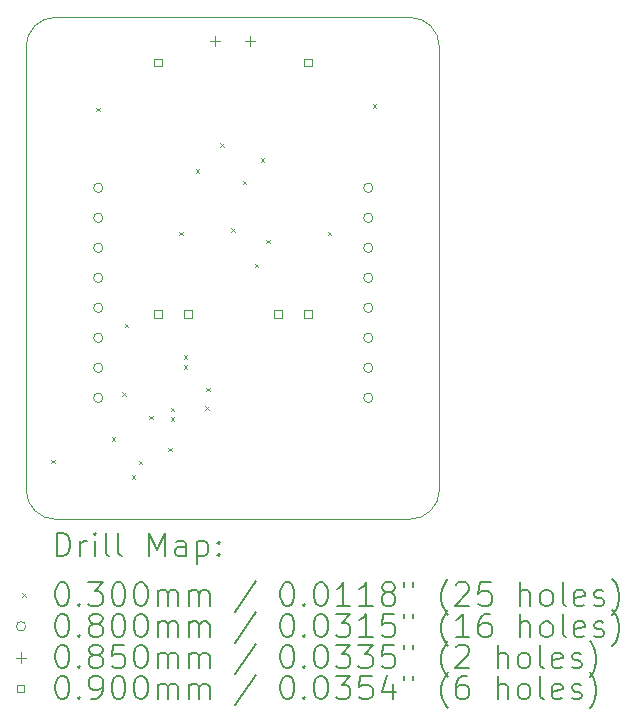
<source format=gbr>
%TF.GenerationSoftware,KiCad,Pcbnew,9.0.2*%
%TF.CreationDate,2025-06-27T14:18:36-07:00*%
%TF.ProjectId,slime_tracker,736c696d-655f-4747-9261-636b65722e6b,rev?*%
%TF.SameCoordinates,Original*%
%TF.FileFunction,Drillmap*%
%TF.FilePolarity,Positive*%
%FSLAX45Y45*%
G04 Gerber Fmt 4.5, Leading zero omitted, Abs format (unit mm)*
G04 Created by KiCad (PCBNEW 9.0.2) date 2025-06-27 14:18:36*
%MOMM*%
%LPD*%
G01*
G04 APERTURE LIST*
%ADD10C,0.050000*%
%ADD11C,0.200000*%
%ADD12C,0.100000*%
G04 APERTURE END LIST*
D10*
X12500000Y-11250000D02*
X15500000Y-11250000D01*
X15750000Y-11000000D02*
G75*
G02*
X15500000Y-11250000I-250000J0D01*
G01*
X12500000Y-11250000D02*
G75*
G02*
X12250000Y-11000000I0J250000D01*
G01*
X15750000Y-11000000D02*
X15750000Y-7250000D01*
X15500000Y-7000000D02*
G75*
G02*
X15750000Y-7250000I0J-250000D01*
G01*
X12250000Y-7250000D02*
G75*
G02*
X12500000Y-7000000I250000J0D01*
G01*
X12250000Y-7250000D02*
X12250000Y-11000000D01*
X15500000Y-7000000D02*
X12500000Y-7000000D01*
D11*
D12*
X12465000Y-10745000D02*
X12495000Y-10775000D01*
X12495000Y-10745000D02*
X12465000Y-10775000D01*
X12845000Y-7765000D02*
X12875000Y-7795000D01*
X12875000Y-7765000D02*
X12845000Y-7795000D01*
X12975000Y-10555000D02*
X13005000Y-10585000D01*
X13005000Y-10555000D02*
X12975000Y-10585000D01*
X13065000Y-10175000D02*
X13095000Y-10205000D01*
X13095000Y-10175000D02*
X13065000Y-10205000D01*
X13085000Y-9595000D02*
X13115000Y-9625000D01*
X13115000Y-9595000D02*
X13085000Y-9625000D01*
X13145000Y-10875000D02*
X13175000Y-10905000D01*
X13175000Y-10875000D02*
X13145000Y-10905000D01*
X13205000Y-10755000D02*
X13235000Y-10785000D01*
X13235000Y-10755000D02*
X13205000Y-10785000D01*
X13295000Y-10375000D02*
X13325000Y-10405000D01*
X13325000Y-10375000D02*
X13295000Y-10405000D01*
X13455000Y-10645000D02*
X13485000Y-10675000D01*
X13485000Y-10645000D02*
X13455000Y-10675000D01*
X13475000Y-10305000D02*
X13505000Y-10335000D01*
X13505000Y-10305000D02*
X13475000Y-10335000D01*
X13475000Y-10385000D02*
X13505000Y-10415000D01*
X13505000Y-10385000D02*
X13475000Y-10415000D01*
X13545000Y-8815000D02*
X13575000Y-8845000D01*
X13575000Y-8815000D02*
X13545000Y-8845000D01*
X13585000Y-9860000D02*
X13615000Y-9890000D01*
X13615000Y-9860000D02*
X13585000Y-9890000D01*
X13585000Y-9945000D02*
X13615000Y-9975000D01*
X13615000Y-9945000D02*
X13585000Y-9975000D01*
X13685000Y-8285000D02*
X13715000Y-8315000D01*
X13715000Y-8285000D02*
X13685000Y-8315000D01*
X13765000Y-10295000D02*
X13795000Y-10325000D01*
X13795000Y-10295000D02*
X13765000Y-10325000D01*
X13775000Y-10135000D02*
X13805000Y-10165000D01*
X13805000Y-10135000D02*
X13775000Y-10165000D01*
X13895000Y-8065000D02*
X13925000Y-8095000D01*
X13925000Y-8065000D02*
X13895000Y-8095000D01*
X13985000Y-8785000D02*
X14015000Y-8815000D01*
X14015000Y-8785000D02*
X13985000Y-8815000D01*
X14085000Y-8385000D02*
X14115000Y-8415000D01*
X14115000Y-8385000D02*
X14085000Y-8415000D01*
X14185000Y-9085000D02*
X14215000Y-9115000D01*
X14215000Y-9085000D02*
X14185000Y-9115000D01*
X14235000Y-8195000D02*
X14265000Y-8225000D01*
X14265000Y-8195000D02*
X14235000Y-8225000D01*
X14285000Y-8885000D02*
X14315000Y-8915000D01*
X14315000Y-8885000D02*
X14285000Y-8915000D01*
X14805000Y-8815000D02*
X14835000Y-8845000D01*
X14835000Y-8815000D02*
X14805000Y-8845000D01*
X15185000Y-7735000D02*
X15215000Y-7765000D01*
X15215000Y-7735000D02*
X15185000Y-7765000D01*
X12901000Y-8444000D02*
G75*
G02*
X12821000Y-8444000I-40000J0D01*
G01*
X12821000Y-8444000D02*
G75*
G02*
X12901000Y-8444000I40000J0D01*
G01*
X12901000Y-8698000D02*
G75*
G02*
X12821000Y-8698000I-40000J0D01*
G01*
X12821000Y-8698000D02*
G75*
G02*
X12901000Y-8698000I40000J0D01*
G01*
X12901000Y-8952000D02*
G75*
G02*
X12821000Y-8952000I-40000J0D01*
G01*
X12821000Y-8952000D02*
G75*
G02*
X12901000Y-8952000I40000J0D01*
G01*
X12901000Y-9206000D02*
G75*
G02*
X12821000Y-9206000I-40000J0D01*
G01*
X12821000Y-9206000D02*
G75*
G02*
X12901000Y-9206000I40000J0D01*
G01*
X12901000Y-9460000D02*
G75*
G02*
X12821000Y-9460000I-40000J0D01*
G01*
X12821000Y-9460000D02*
G75*
G02*
X12901000Y-9460000I40000J0D01*
G01*
X12901000Y-9714000D02*
G75*
G02*
X12821000Y-9714000I-40000J0D01*
G01*
X12821000Y-9714000D02*
G75*
G02*
X12901000Y-9714000I40000J0D01*
G01*
X12901000Y-9968000D02*
G75*
G02*
X12821000Y-9968000I-40000J0D01*
G01*
X12821000Y-9968000D02*
G75*
G02*
X12901000Y-9968000I40000J0D01*
G01*
X12901000Y-10222000D02*
G75*
G02*
X12821000Y-10222000I-40000J0D01*
G01*
X12821000Y-10222000D02*
G75*
G02*
X12901000Y-10222000I40000J0D01*
G01*
X15187000Y-8444000D02*
G75*
G02*
X15107000Y-8444000I-40000J0D01*
G01*
X15107000Y-8444000D02*
G75*
G02*
X15187000Y-8444000I40000J0D01*
G01*
X15187000Y-8698000D02*
G75*
G02*
X15107000Y-8698000I-40000J0D01*
G01*
X15107000Y-8698000D02*
G75*
G02*
X15187000Y-8698000I40000J0D01*
G01*
X15187000Y-8952000D02*
G75*
G02*
X15107000Y-8952000I-40000J0D01*
G01*
X15107000Y-8952000D02*
G75*
G02*
X15187000Y-8952000I40000J0D01*
G01*
X15187000Y-9206000D02*
G75*
G02*
X15107000Y-9206000I-40000J0D01*
G01*
X15107000Y-9206000D02*
G75*
G02*
X15187000Y-9206000I40000J0D01*
G01*
X15187000Y-9460000D02*
G75*
G02*
X15107000Y-9460000I-40000J0D01*
G01*
X15107000Y-9460000D02*
G75*
G02*
X15187000Y-9460000I40000J0D01*
G01*
X15187000Y-9714000D02*
G75*
G02*
X15107000Y-9714000I-40000J0D01*
G01*
X15107000Y-9714000D02*
G75*
G02*
X15187000Y-9714000I40000J0D01*
G01*
X15187000Y-9968000D02*
G75*
G02*
X15107000Y-9968000I-40000J0D01*
G01*
X15107000Y-9968000D02*
G75*
G02*
X15187000Y-9968000I40000J0D01*
G01*
X15187000Y-10222000D02*
G75*
G02*
X15107000Y-10222000I-40000J0D01*
G01*
X15107000Y-10222000D02*
G75*
G02*
X15187000Y-10222000I40000J0D01*
G01*
X13850000Y-7157500D02*
X13850000Y-7242500D01*
X13807500Y-7200000D02*
X13892500Y-7200000D01*
X14150000Y-7157500D02*
X14150000Y-7242500D01*
X14107500Y-7200000D02*
X14192500Y-7200000D01*
X13396820Y-7415820D02*
X13396820Y-7352180D01*
X13333180Y-7352180D01*
X13333180Y-7415820D01*
X13396820Y-7415820D01*
X13396820Y-9542820D02*
X13396820Y-9479180D01*
X13333180Y-9479180D01*
X13333180Y-9542820D01*
X13396820Y-9542820D01*
X13650820Y-9542820D02*
X13650820Y-9479180D01*
X13587180Y-9479180D01*
X13587180Y-9542820D01*
X13650820Y-9542820D01*
X14412820Y-9542820D02*
X14412820Y-9479180D01*
X14349180Y-9479180D01*
X14349180Y-9542820D01*
X14412820Y-9542820D01*
X14666820Y-7415820D02*
X14666820Y-7352180D01*
X14603180Y-7352180D01*
X14603180Y-7415820D01*
X14666820Y-7415820D01*
X14666820Y-9542820D02*
X14666820Y-9479180D01*
X14603180Y-9479180D01*
X14603180Y-9542820D01*
X14666820Y-9542820D01*
D11*
X12508277Y-11563984D02*
X12508277Y-11363984D01*
X12508277Y-11363984D02*
X12555896Y-11363984D01*
X12555896Y-11363984D02*
X12584467Y-11373508D01*
X12584467Y-11373508D02*
X12603515Y-11392555D01*
X12603515Y-11392555D02*
X12613039Y-11411603D01*
X12613039Y-11411603D02*
X12622562Y-11449698D01*
X12622562Y-11449698D02*
X12622562Y-11478269D01*
X12622562Y-11478269D02*
X12613039Y-11516365D01*
X12613039Y-11516365D02*
X12603515Y-11535412D01*
X12603515Y-11535412D02*
X12584467Y-11554460D01*
X12584467Y-11554460D02*
X12555896Y-11563984D01*
X12555896Y-11563984D02*
X12508277Y-11563984D01*
X12708277Y-11563984D02*
X12708277Y-11430650D01*
X12708277Y-11468746D02*
X12717801Y-11449698D01*
X12717801Y-11449698D02*
X12727324Y-11440174D01*
X12727324Y-11440174D02*
X12746372Y-11430650D01*
X12746372Y-11430650D02*
X12765420Y-11430650D01*
X12832086Y-11563984D02*
X12832086Y-11430650D01*
X12832086Y-11363984D02*
X12822562Y-11373508D01*
X12822562Y-11373508D02*
X12832086Y-11383031D01*
X12832086Y-11383031D02*
X12841610Y-11373508D01*
X12841610Y-11373508D02*
X12832086Y-11363984D01*
X12832086Y-11363984D02*
X12832086Y-11383031D01*
X12955896Y-11563984D02*
X12936848Y-11554460D01*
X12936848Y-11554460D02*
X12927324Y-11535412D01*
X12927324Y-11535412D02*
X12927324Y-11363984D01*
X13060658Y-11563984D02*
X13041610Y-11554460D01*
X13041610Y-11554460D02*
X13032086Y-11535412D01*
X13032086Y-11535412D02*
X13032086Y-11363984D01*
X13289229Y-11563984D02*
X13289229Y-11363984D01*
X13289229Y-11363984D02*
X13355896Y-11506841D01*
X13355896Y-11506841D02*
X13422562Y-11363984D01*
X13422562Y-11363984D02*
X13422562Y-11563984D01*
X13603515Y-11563984D02*
X13603515Y-11459222D01*
X13603515Y-11459222D02*
X13593991Y-11440174D01*
X13593991Y-11440174D02*
X13574943Y-11430650D01*
X13574943Y-11430650D02*
X13536848Y-11430650D01*
X13536848Y-11430650D02*
X13517801Y-11440174D01*
X13603515Y-11554460D02*
X13584467Y-11563984D01*
X13584467Y-11563984D02*
X13536848Y-11563984D01*
X13536848Y-11563984D02*
X13517801Y-11554460D01*
X13517801Y-11554460D02*
X13508277Y-11535412D01*
X13508277Y-11535412D02*
X13508277Y-11516365D01*
X13508277Y-11516365D02*
X13517801Y-11497317D01*
X13517801Y-11497317D02*
X13536848Y-11487793D01*
X13536848Y-11487793D02*
X13584467Y-11487793D01*
X13584467Y-11487793D02*
X13603515Y-11478269D01*
X13698753Y-11430650D02*
X13698753Y-11630650D01*
X13698753Y-11440174D02*
X13717801Y-11430650D01*
X13717801Y-11430650D02*
X13755896Y-11430650D01*
X13755896Y-11430650D02*
X13774943Y-11440174D01*
X13774943Y-11440174D02*
X13784467Y-11449698D01*
X13784467Y-11449698D02*
X13793991Y-11468746D01*
X13793991Y-11468746D02*
X13793991Y-11525888D01*
X13793991Y-11525888D02*
X13784467Y-11544936D01*
X13784467Y-11544936D02*
X13774943Y-11554460D01*
X13774943Y-11554460D02*
X13755896Y-11563984D01*
X13755896Y-11563984D02*
X13717801Y-11563984D01*
X13717801Y-11563984D02*
X13698753Y-11554460D01*
X13879705Y-11544936D02*
X13889229Y-11554460D01*
X13889229Y-11554460D02*
X13879705Y-11563984D01*
X13879705Y-11563984D02*
X13870182Y-11554460D01*
X13870182Y-11554460D02*
X13879705Y-11544936D01*
X13879705Y-11544936D02*
X13879705Y-11563984D01*
X13879705Y-11440174D02*
X13889229Y-11449698D01*
X13889229Y-11449698D02*
X13879705Y-11459222D01*
X13879705Y-11459222D02*
X13870182Y-11449698D01*
X13870182Y-11449698D02*
X13879705Y-11440174D01*
X13879705Y-11440174D02*
X13879705Y-11459222D01*
D12*
X12217500Y-11877500D02*
X12247500Y-11907500D01*
X12247500Y-11877500D02*
X12217500Y-11907500D01*
D11*
X12546372Y-11783984D02*
X12565420Y-11783984D01*
X12565420Y-11783984D02*
X12584467Y-11793508D01*
X12584467Y-11793508D02*
X12593991Y-11803031D01*
X12593991Y-11803031D02*
X12603515Y-11822079D01*
X12603515Y-11822079D02*
X12613039Y-11860174D01*
X12613039Y-11860174D02*
X12613039Y-11907793D01*
X12613039Y-11907793D02*
X12603515Y-11945888D01*
X12603515Y-11945888D02*
X12593991Y-11964936D01*
X12593991Y-11964936D02*
X12584467Y-11974460D01*
X12584467Y-11974460D02*
X12565420Y-11983984D01*
X12565420Y-11983984D02*
X12546372Y-11983984D01*
X12546372Y-11983984D02*
X12527324Y-11974460D01*
X12527324Y-11974460D02*
X12517801Y-11964936D01*
X12517801Y-11964936D02*
X12508277Y-11945888D01*
X12508277Y-11945888D02*
X12498753Y-11907793D01*
X12498753Y-11907793D02*
X12498753Y-11860174D01*
X12498753Y-11860174D02*
X12508277Y-11822079D01*
X12508277Y-11822079D02*
X12517801Y-11803031D01*
X12517801Y-11803031D02*
X12527324Y-11793508D01*
X12527324Y-11793508D02*
X12546372Y-11783984D01*
X12698753Y-11964936D02*
X12708277Y-11974460D01*
X12708277Y-11974460D02*
X12698753Y-11983984D01*
X12698753Y-11983984D02*
X12689229Y-11974460D01*
X12689229Y-11974460D02*
X12698753Y-11964936D01*
X12698753Y-11964936D02*
X12698753Y-11983984D01*
X12774943Y-11783984D02*
X12898753Y-11783984D01*
X12898753Y-11783984D02*
X12832086Y-11860174D01*
X12832086Y-11860174D02*
X12860658Y-11860174D01*
X12860658Y-11860174D02*
X12879705Y-11869698D01*
X12879705Y-11869698D02*
X12889229Y-11879222D01*
X12889229Y-11879222D02*
X12898753Y-11898269D01*
X12898753Y-11898269D02*
X12898753Y-11945888D01*
X12898753Y-11945888D02*
X12889229Y-11964936D01*
X12889229Y-11964936D02*
X12879705Y-11974460D01*
X12879705Y-11974460D02*
X12860658Y-11983984D01*
X12860658Y-11983984D02*
X12803515Y-11983984D01*
X12803515Y-11983984D02*
X12784467Y-11974460D01*
X12784467Y-11974460D02*
X12774943Y-11964936D01*
X13022562Y-11783984D02*
X13041610Y-11783984D01*
X13041610Y-11783984D02*
X13060658Y-11793508D01*
X13060658Y-11793508D02*
X13070182Y-11803031D01*
X13070182Y-11803031D02*
X13079705Y-11822079D01*
X13079705Y-11822079D02*
X13089229Y-11860174D01*
X13089229Y-11860174D02*
X13089229Y-11907793D01*
X13089229Y-11907793D02*
X13079705Y-11945888D01*
X13079705Y-11945888D02*
X13070182Y-11964936D01*
X13070182Y-11964936D02*
X13060658Y-11974460D01*
X13060658Y-11974460D02*
X13041610Y-11983984D01*
X13041610Y-11983984D02*
X13022562Y-11983984D01*
X13022562Y-11983984D02*
X13003515Y-11974460D01*
X13003515Y-11974460D02*
X12993991Y-11964936D01*
X12993991Y-11964936D02*
X12984467Y-11945888D01*
X12984467Y-11945888D02*
X12974943Y-11907793D01*
X12974943Y-11907793D02*
X12974943Y-11860174D01*
X12974943Y-11860174D02*
X12984467Y-11822079D01*
X12984467Y-11822079D02*
X12993991Y-11803031D01*
X12993991Y-11803031D02*
X13003515Y-11793508D01*
X13003515Y-11793508D02*
X13022562Y-11783984D01*
X13213039Y-11783984D02*
X13232086Y-11783984D01*
X13232086Y-11783984D02*
X13251134Y-11793508D01*
X13251134Y-11793508D02*
X13260658Y-11803031D01*
X13260658Y-11803031D02*
X13270182Y-11822079D01*
X13270182Y-11822079D02*
X13279705Y-11860174D01*
X13279705Y-11860174D02*
X13279705Y-11907793D01*
X13279705Y-11907793D02*
X13270182Y-11945888D01*
X13270182Y-11945888D02*
X13260658Y-11964936D01*
X13260658Y-11964936D02*
X13251134Y-11974460D01*
X13251134Y-11974460D02*
X13232086Y-11983984D01*
X13232086Y-11983984D02*
X13213039Y-11983984D01*
X13213039Y-11983984D02*
X13193991Y-11974460D01*
X13193991Y-11974460D02*
X13184467Y-11964936D01*
X13184467Y-11964936D02*
X13174943Y-11945888D01*
X13174943Y-11945888D02*
X13165420Y-11907793D01*
X13165420Y-11907793D02*
X13165420Y-11860174D01*
X13165420Y-11860174D02*
X13174943Y-11822079D01*
X13174943Y-11822079D02*
X13184467Y-11803031D01*
X13184467Y-11803031D02*
X13193991Y-11793508D01*
X13193991Y-11793508D02*
X13213039Y-11783984D01*
X13365420Y-11983984D02*
X13365420Y-11850650D01*
X13365420Y-11869698D02*
X13374943Y-11860174D01*
X13374943Y-11860174D02*
X13393991Y-11850650D01*
X13393991Y-11850650D02*
X13422563Y-11850650D01*
X13422563Y-11850650D02*
X13441610Y-11860174D01*
X13441610Y-11860174D02*
X13451134Y-11879222D01*
X13451134Y-11879222D02*
X13451134Y-11983984D01*
X13451134Y-11879222D02*
X13460658Y-11860174D01*
X13460658Y-11860174D02*
X13479705Y-11850650D01*
X13479705Y-11850650D02*
X13508277Y-11850650D01*
X13508277Y-11850650D02*
X13527324Y-11860174D01*
X13527324Y-11860174D02*
X13536848Y-11879222D01*
X13536848Y-11879222D02*
X13536848Y-11983984D01*
X13632086Y-11983984D02*
X13632086Y-11850650D01*
X13632086Y-11869698D02*
X13641610Y-11860174D01*
X13641610Y-11860174D02*
X13660658Y-11850650D01*
X13660658Y-11850650D02*
X13689229Y-11850650D01*
X13689229Y-11850650D02*
X13708277Y-11860174D01*
X13708277Y-11860174D02*
X13717801Y-11879222D01*
X13717801Y-11879222D02*
X13717801Y-11983984D01*
X13717801Y-11879222D02*
X13727324Y-11860174D01*
X13727324Y-11860174D02*
X13746372Y-11850650D01*
X13746372Y-11850650D02*
X13774943Y-11850650D01*
X13774943Y-11850650D02*
X13793991Y-11860174D01*
X13793991Y-11860174D02*
X13803515Y-11879222D01*
X13803515Y-11879222D02*
X13803515Y-11983984D01*
X14193991Y-11774460D02*
X14022563Y-12031603D01*
X14451134Y-11783984D02*
X14470182Y-11783984D01*
X14470182Y-11783984D02*
X14489229Y-11793508D01*
X14489229Y-11793508D02*
X14498753Y-11803031D01*
X14498753Y-11803031D02*
X14508277Y-11822079D01*
X14508277Y-11822079D02*
X14517801Y-11860174D01*
X14517801Y-11860174D02*
X14517801Y-11907793D01*
X14517801Y-11907793D02*
X14508277Y-11945888D01*
X14508277Y-11945888D02*
X14498753Y-11964936D01*
X14498753Y-11964936D02*
X14489229Y-11974460D01*
X14489229Y-11974460D02*
X14470182Y-11983984D01*
X14470182Y-11983984D02*
X14451134Y-11983984D01*
X14451134Y-11983984D02*
X14432086Y-11974460D01*
X14432086Y-11974460D02*
X14422563Y-11964936D01*
X14422563Y-11964936D02*
X14413039Y-11945888D01*
X14413039Y-11945888D02*
X14403515Y-11907793D01*
X14403515Y-11907793D02*
X14403515Y-11860174D01*
X14403515Y-11860174D02*
X14413039Y-11822079D01*
X14413039Y-11822079D02*
X14422563Y-11803031D01*
X14422563Y-11803031D02*
X14432086Y-11793508D01*
X14432086Y-11793508D02*
X14451134Y-11783984D01*
X14603515Y-11964936D02*
X14613039Y-11974460D01*
X14613039Y-11974460D02*
X14603515Y-11983984D01*
X14603515Y-11983984D02*
X14593991Y-11974460D01*
X14593991Y-11974460D02*
X14603515Y-11964936D01*
X14603515Y-11964936D02*
X14603515Y-11983984D01*
X14736848Y-11783984D02*
X14755896Y-11783984D01*
X14755896Y-11783984D02*
X14774944Y-11793508D01*
X14774944Y-11793508D02*
X14784467Y-11803031D01*
X14784467Y-11803031D02*
X14793991Y-11822079D01*
X14793991Y-11822079D02*
X14803515Y-11860174D01*
X14803515Y-11860174D02*
X14803515Y-11907793D01*
X14803515Y-11907793D02*
X14793991Y-11945888D01*
X14793991Y-11945888D02*
X14784467Y-11964936D01*
X14784467Y-11964936D02*
X14774944Y-11974460D01*
X14774944Y-11974460D02*
X14755896Y-11983984D01*
X14755896Y-11983984D02*
X14736848Y-11983984D01*
X14736848Y-11983984D02*
X14717801Y-11974460D01*
X14717801Y-11974460D02*
X14708277Y-11964936D01*
X14708277Y-11964936D02*
X14698753Y-11945888D01*
X14698753Y-11945888D02*
X14689229Y-11907793D01*
X14689229Y-11907793D02*
X14689229Y-11860174D01*
X14689229Y-11860174D02*
X14698753Y-11822079D01*
X14698753Y-11822079D02*
X14708277Y-11803031D01*
X14708277Y-11803031D02*
X14717801Y-11793508D01*
X14717801Y-11793508D02*
X14736848Y-11783984D01*
X14993991Y-11983984D02*
X14879706Y-11983984D01*
X14936848Y-11983984D02*
X14936848Y-11783984D01*
X14936848Y-11783984D02*
X14917801Y-11812555D01*
X14917801Y-11812555D02*
X14898753Y-11831603D01*
X14898753Y-11831603D02*
X14879706Y-11841127D01*
X15184467Y-11983984D02*
X15070182Y-11983984D01*
X15127325Y-11983984D02*
X15127325Y-11783984D01*
X15127325Y-11783984D02*
X15108277Y-11812555D01*
X15108277Y-11812555D02*
X15089229Y-11831603D01*
X15089229Y-11831603D02*
X15070182Y-11841127D01*
X15298753Y-11869698D02*
X15279706Y-11860174D01*
X15279706Y-11860174D02*
X15270182Y-11850650D01*
X15270182Y-11850650D02*
X15260658Y-11831603D01*
X15260658Y-11831603D02*
X15260658Y-11822079D01*
X15260658Y-11822079D02*
X15270182Y-11803031D01*
X15270182Y-11803031D02*
X15279706Y-11793508D01*
X15279706Y-11793508D02*
X15298753Y-11783984D01*
X15298753Y-11783984D02*
X15336848Y-11783984D01*
X15336848Y-11783984D02*
X15355896Y-11793508D01*
X15355896Y-11793508D02*
X15365420Y-11803031D01*
X15365420Y-11803031D02*
X15374944Y-11822079D01*
X15374944Y-11822079D02*
X15374944Y-11831603D01*
X15374944Y-11831603D02*
X15365420Y-11850650D01*
X15365420Y-11850650D02*
X15355896Y-11860174D01*
X15355896Y-11860174D02*
X15336848Y-11869698D01*
X15336848Y-11869698D02*
X15298753Y-11869698D01*
X15298753Y-11869698D02*
X15279706Y-11879222D01*
X15279706Y-11879222D02*
X15270182Y-11888746D01*
X15270182Y-11888746D02*
X15260658Y-11907793D01*
X15260658Y-11907793D02*
X15260658Y-11945888D01*
X15260658Y-11945888D02*
X15270182Y-11964936D01*
X15270182Y-11964936D02*
X15279706Y-11974460D01*
X15279706Y-11974460D02*
X15298753Y-11983984D01*
X15298753Y-11983984D02*
X15336848Y-11983984D01*
X15336848Y-11983984D02*
X15355896Y-11974460D01*
X15355896Y-11974460D02*
X15365420Y-11964936D01*
X15365420Y-11964936D02*
X15374944Y-11945888D01*
X15374944Y-11945888D02*
X15374944Y-11907793D01*
X15374944Y-11907793D02*
X15365420Y-11888746D01*
X15365420Y-11888746D02*
X15355896Y-11879222D01*
X15355896Y-11879222D02*
X15336848Y-11869698D01*
X15451134Y-11783984D02*
X15451134Y-11822079D01*
X15527325Y-11783984D02*
X15527325Y-11822079D01*
X15822563Y-12060174D02*
X15813039Y-12050650D01*
X15813039Y-12050650D02*
X15793991Y-12022079D01*
X15793991Y-12022079D02*
X15784468Y-12003031D01*
X15784468Y-12003031D02*
X15774944Y-11974460D01*
X15774944Y-11974460D02*
X15765420Y-11926841D01*
X15765420Y-11926841D02*
X15765420Y-11888746D01*
X15765420Y-11888746D02*
X15774944Y-11841127D01*
X15774944Y-11841127D02*
X15784468Y-11812555D01*
X15784468Y-11812555D02*
X15793991Y-11793508D01*
X15793991Y-11793508D02*
X15813039Y-11764936D01*
X15813039Y-11764936D02*
X15822563Y-11755412D01*
X15889229Y-11803031D02*
X15898753Y-11793508D01*
X15898753Y-11793508D02*
X15917801Y-11783984D01*
X15917801Y-11783984D02*
X15965420Y-11783984D01*
X15965420Y-11783984D02*
X15984468Y-11793508D01*
X15984468Y-11793508D02*
X15993991Y-11803031D01*
X15993991Y-11803031D02*
X16003515Y-11822079D01*
X16003515Y-11822079D02*
X16003515Y-11841127D01*
X16003515Y-11841127D02*
X15993991Y-11869698D01*
X15993991Y-11869698D02*
X15879706Y-11983984D01*
X15879706Y-11983984D02*
X16003515Y-11983984D01*
X16184468Y-11783984D02*
X16089229Y-11783984D01*
X16089229Y-11783984D02*
X16079706Y-11879222D01*
X16079706Y-11879222D02*
X16089229Y-11869698D01*
X16089229Y-11869698D02*
X16108277Y-11860174D01*
X16108277Y-11860174D02*
X16155896Y-11860174D01*
X16155896Y-11860174D02*
X16174944Y-11869698D01*
X16174944Y-11869698D02*
X16184468Y-11879222D01*
X16184468Y-11879222D02*
X16193991Y-11898269D01*
X16193991Y-11898269D02*
X16193991Y-11945888D01*
X16193991Y-11945888D02*
X16184468Y-11964936D01*
X16184468Y-11964936D02*
X16174944Y-11974460D01*
X16174944Y-11974460D02*
X16155896Y-11983984D01*
X16155896Y-11983984D02*
X16108277Y-11983984D01*
X16108277Y-11983984D02*
X16089229Y-11974460D01*
X16089229Y-11974460D02*
X16079706Y-11964936D01*
X16432087Y-11983984D02*
X16432087Y-11783984D01*
X16517801Y-11983984D02*
X16517801Y-11879222D01*
X16517801Y-11879222D02*
X16508277Y-11860174D01*
X16508277Y-11860174D02*
X16489230Y-11850650D01*
X16489230Y-11850650D02*
X16460658Y-11850650D01*
X16460658Y-11850650D02*
X16441610Y-11860174D01*
X16441610Y-11860174D02*
X16432087Y-11869698D01*
X16641610Y-11983984D02*
X16622563Y-11974460D01*
X16622563Y-11974460D02*
X16613039Y-11964936D01*
X16613039Y-11964936D02*
X16603515Y-11945888D01*
X16603515Y-11945888D02*
X16603515Y-11888746D01*
X16603515Y-11888746D02*
X16613039Y-11869698D01*
X16613039Y-11869698D02*
X16622563Y-11860174D01*
X16622563Y-11860174D02*
X16641610Y-11850650D01*
X16641610Y-11850650D02*
X16670182Y-11850650D01*
X16670182Y-11850650D02*
X16689230Y-11860174D01*
X16689230Y-11860174D02*
X16698753Y-11869698D01*
X16698753Y-11869698D02*
X16708277Y-11888746D01*
X16708277Y-11888746D02*
X16708277Y-11945888D01*
X16708277Y-11945888D02*
X16698753Y-11964936D01*
X16698753Y-11964936D02*
X16689230Y-11974460D01*
X16689230Y-11974460D02*
X16670182Y-11983984D01*
X16670182Y-11983984D02*
X16641610Y-11983984D01*
X16822563Y-11983984D02*
X16803515Y-11974460D01*
X16803515Y-11974460D02*
X16793992Y-11955412D01*
X16793992Y-11955412D02*
X16793992Y-11783984D01*
X16974944Y-11974460D02*
X16955896Y-11983984D01*
X16955896Y-11983984D02*
X16917801Y-11983984D01*
X16917801Y-11983984D02*
X16898753Y-11974460D01*
X16898753Y-11974460D02*
X16889230Y-11955412D01*
X16889230Y-11955412D02*
X16889230Y-11879222D01*
X16889230Y-11879222D02*
X16898753Y-11860174D01*
X16898753Y-11860174D02*
X16917801Y-11850650D01*
X16917801Y-11850650D02*
X16955896Y-11850650D01*
X16955896Y-11850650D02*
X16974944Y-11860174D01*
X16974944Y-11860174D02*
X16984468Y-11879222D01*
X16984468Y-11879222D02*
X16984468Y-11898269D01*
X16984468Y-11898269D02*
X16889230Y-11917317D01*
X17060658Y-11974460D02*
X17079706Y-11983984D01*
X17079706Y-11983984D02*
X17117801Y-11983984D01*
X17117801Y-11983984D02*
X17136849Y-11974460D01*
X17136849Y-11974460D02*
X17146373Y-11955412D01*
X17146373Y-11955412D02*
X17146373Y-11945888D01*
X17146373Y-11945888D02*
X17136849Y-11926841D01*
X17136849Y-11926841D02*
X17117801Y-11917317D01*
X17117801Y-11917317D02*
X17089230Y-11917317D01*
X17089230Y-11917317D02*
X17070182Y-11907793D01*
X17070182Y-11907793D02*
X17060658Y-11888746D01*
X17060658Y-11888746D02*
X17060658Y-11879222D01*
X17060658Y-11879222D02*
X17070182Y-11860174D01*
X17070182Y-11860174D02*
X17089230Y-11850650D01*
X17089230Y-11850650D02*
X17117801Y-11850650D01*
X17117801Y-11850650D02*
X17136849Y-11860174D01*
X17213039Y-12060174D02*
X17222563Y-12050650D01*
X17222563Y-12050650D02*
X17241611Y-12022079D01*
X17241611Y-12022079D02*
X17251134Y-12003031D01*
X17251134Y-12003031D02*
X17260658Y-11974460D01*
X17260658Y-11974460D02*
X17270182Y-11926841D01*
X17270182Y-11926841D02*
X17270182Y-11888746D01*
X17270182Y-11888746D02*
X17260658Y-11841127D01*
X17260658Y-11841127D02*
X17251134Y-11812555D01*
X17251134Y-11812555D02*
X17241611Y-11793508D01*
X17241611Y-11793508D02*
X17222563Y-11764936D01*
X17222563Y-11764936D02*
X17213039Y-11755412D01*
D12*
X12247500Y-12156500D02*
G75*
G02*
X12167500Y-12156500I-40000J0D01*
G01*
X12167500Y-12156500D02*
G75*
G02*
X12247500Y-12156500I40000J0D01*
G01*
D11*
X12546372Y-12047984D02*
X12565420Y-12047984D01*
X12565420Y-12047984D02*
X12584467Y-12057508D01*
X12584467Y-12057508D02*
X12593991Y-12067031D01*
X12593991Y-12067031D02*
X12603515Y-12086079D01*
X12603515Y-12086079D02*
X12613039Y-12124174D01*
X12613039Y-12124174D02*
X12613039Y-12171793D01*
X12613039Y-12171793D02*
X12603515Y-12209888D01*
X12603515Y-12209888D02*
X12593991Y-12228936D01*
X12593991Y-12228936D02*
X12584467Y-12238460D01*
X12584467Y-12238460D02*
X12565420Y-12247984D01*
X12565420Y-12247984D02*
X12546372Y-12247984D01*
X12546372Y-12247984D02*
X12527324Y-12238460D01*
X12527324Y-12238460D02*
X12517801Y-12228936D01*
X12517801Y-12228936D02*
X12508277Y-12209888D01*
X12508277Y-12209888D02*
X12498753Y-12171793D01*
X12498753Y-12171793D02*
X12498753Y-12124174D01*
X12498753Y-12124174D02*
X12508277Y-12086079D01*
X12508277Y-12086079D02*
X12517801Y-12067031D01*
X12517801Y-12067031D02*
X12527324Y-12057508D01*
X12527324Y-12057508D02*
X12546372Y-12047984D01*
X12698753Y-12228936D02*
X12708277Y-12238460D01*
X12708277Y-12238460D02*
X12698753Y-12247984D01*
X12698753Y-12247984D02*
X12689229Y-12238460D01*
X12689229Y-12238460D02*
X12698753Y-12228936D01*
X12698753Y-12228936D02*
X12698753Y-12247984D01*
X12822562Y-12133698D02*
X12803515Y-12124174D01*
X12803515Y-12124174D02*
X12793991Y-12114650D01*
X12793991Y-12114650D02*
X12784467Y-12095603D01*
X12784467Y-12095603D02*
X12784467Y-12086079D01*
X12784467Y-12086079D02*
X12793991Y-12067031D01*
X12793991Y-12067031D02*
X12803515Y-12057508D01*
X12803515Y-12057508D02*
X12822562Y-12047984D01*
X12822562Y-12047984D02*
X12860658Y-12047984D01*
X12860658Y-12047984D02*
X12879705Y-12057508D01*
X12879705Y-12057508D02*
X12889229Y-12067031D01*
X12889229Y-12067031D02*
X12898753Y-12086079D01*
X12898753Y-12086079D02*
X12898753Y-12095603D01*
X12898753Y-12095603D02*
X12889229Y-12114650D01*
X12889229Y-12114650D02*
X12879705Y-12124174D01*
X12879705Y-12124174D02*
X12860658Y-12133698D01*
X12860658Y-12133698D02*
X12822562Y-12133698D01*
X12822562Y-12133698D02*
X12803515Y-12143222D01*
X12803515Y-12143222D02*
X12793991Y-12152746D01*
X12793991Y-12152746D02*
X12784467Y-12171793D01*
X12784467Y-12171793D02*
X12784467Y-12209888D01*
X12784467Y-12209888D02*
X12793991Y-12228936D01*
X12793991Y-12228936D02*
X12803515Y-12238460D01*
X12803515Y-12238460D02*
X12822562Y-12247984D01*
X12822562Y-12247984D02*
X12860658Y-12247984D01*
X12860658Y-12247984D02*
X12879705Y-12238460D01*
X12879705Y-12238460D02*
X12889229Y-12228936D01*
X12889229Y-12228936D02*
X12898753Y-12209888D01*
X12898753Y-12209888D02*
X12898753Y-12171793D01*
X12898753Y-12171793D02*
X12889229Y-12152746D01*
X12889229Y-12152746D02*
X12879705Y-12143222D01*
X12879705Y-12143222D02*
X12860658Y-12133698D01*
X13022562Y-12047984D02*
X13041610Y-12047984D01*
X13041610Y-12047984D02*
X13060658Y-12057508D01*
X13060658Y-12057508D02*
X13070182Y-12067031D01*
X13070182Y-12067031D02*
X13079705Y-12086079D01*
X13079705Y-12086079D02*
X13089229Y-12124174D01*
X13089229Y-12124174D02*
X13089229Y-12171793D01*
X13089229Y-12171793D02*
X13079705Y-12209888D01*
X13079705Y-12209888D02*
X13070182Y-12228936D01*
X13070182Y-12228936D02*
X13060658Y-12238460D01*
X13060658Y-12238460D02*
X13041610Y-12247984D01*
X13041610Y-12247984D02*
X13022562Y-12247984D01*
X13022562Y-12247984D02*
X13003515Y-12238460D01*
X13003515Y-12238460D02*
X12993991Y-12228936D01*
X12993991Y-12228936D02*
X12984467Y-12209888D01*
X12984467Y-12209888D02*
X12974943Y-12171793D01*
X12974943Y-12171793D02*
X12974943Y-12124174D01*
X12974943Y-12124174D02*
X12984467Y-12086079D01*
X12984467Y-12086079D02*
X12993991Y-12067031D01*
X12993991Y-12067031D02*
X13003515Y-12057508D01*
X13003515Y-12057508D02*
X13022562Y-12047984D01*
X13213039Y-12047984D02*
X13232086Y-12047984D01*
X13232086Y-12047984D02*
X13251134Y-12057508D01*
X13251134Y-12057508D02*
X13260658Y-12067031D01*
X13260658Y-12067031D02*
X13270182Y-12086079D01*
X13270182Y-12086079D02*
X13279705Y-12124174D01*
X13279705Y-12124174D02*
X13279705Y-12171793D01*
X13279705Y-12171793D02*
X13270182Y-12209888D01*
X13270182Y-12209888D02*
X13260658Y-12228936D01*
X13260658Y-12228936D02*
X13251134Y-12238460D01*
X13251134Y-12238460D02*
X13232086Y-12247984D01*
X13232086Y-12247984D02*
X13213039Y-12247984D01*
X13213039Y-12247984D02*
X13193991Y-12238460D01*
X13193991Y-12238460D02*
X13184467Y-12228936D01*
X13184467Y-12228936D02*
X13174943Y-12209888D01*
X13174943Y-12209888D02*
X13165420Y-12171793D01*
X13165420Y-12171793D02*
X13165420Y-12124174D01*
X13165420Y-12124174D02*
X13174943Y-12086079D01*
X13174943Y-12086079D02*
X13184467Y-12067031D01*
X13184467Y-12067031D02*
X13193991Y-12057508D01*
X13193991Y-12057508D02*
X13213039Y-12047984D01*
X13365420Y-12247984D02*
X13365420Y-12114650D01*
X13365420Y-12133698D02*
X13374943Y-12124174D01*
X13374943Y-12124174D02*
X13393991Y-12114650D01*
X13393991Y-12114650D02*
X13422563Y-12114650D01*
X13422563Y-12114650D02*
X13441610Y-12124174D01*
X13441610Y-12124174D02*
X13451134Y-12143222D01*
X13451134Y-12143222D02*
X13451134Y-12247984D01*
X13451134Y-12143222D02*
X13460658Y-12124174D01*
X13460658Y-12124174D02*
X13479705Y-12114650D01*
X13479705Y-12114650D02*
X13508277Y-12114650D01*
X13508277Y-12114650D02*
X13527324Y-12124174D01*
X13527324Y-12124174D02*
X13536848Y-12143222D01*
X13536848Y-12143222D02*
X13536848Y-12247984D01*
X13632086Y-12247984D02*
X13632086Y-12114650D01*
X13632086Y-12133698D02*
X13641610Y-12124174D01*
X13641610Y-12124174D02*
X13660658Y-12114650D01*
X13660658Y-12114650D02*
X13689229Y-12114650D01*
X13689229Y-12114650D02*
X13708277Y-12124174D01*
X13708277Y-12124174D02*
X13717801Y-12143222D01*
X13717801Y-12143222D02*
X13717801Y-12247984D01*
X13717801Y-12143222D02*
X13727324Y-12124174D01*
X13727324Y-12124174D02*
X13746372Y-12114650D01*
X13746372Y-12114650D02*
X13774943Y-12114650D01*
X13774943Y-12114650D02*
X13793991Y-12124174D01*
X13793991Y-12124174D02*
X13803515Y-12143222D01*
X13803515Y-12143222D02*
X13803515Y-12247984D01*
X14193991Y-12038460D02*
X14022563Y-12295603D01*
X14451134Y-12047984D02*
X14470182Y-12047984D01*
X14470182Y-12047984D02*
X14489229Y-12057508D01*
X14489229Y-12057508D02*
X14498753Y-12067031D01*
X14498753Y-12067031D02*
X14508277Y-12086079D01*
X14508277Y-12086079D02*
X14517801Y-12124174D01*
X14517801Y-12124174D02*
X14517801Y-12171793D01*
X14517801Y-12171793D02*
X14508277Y-12209888D01*
X14508277Y-12209888D02*
X14498753Y-12228936D01*
X14498753Y-12228936D02*
X14489229Y-12238460D01*
X14489229Y-12238460D02*
X14470182Y-12247984D01*
X14470182Y-12247984D02*
X14451134Y-12247984D01*
X14451134Y-12247984D02*
X14432086Y-12238460D01*
X14432086Y-12238460D02*
X14422563Y-12228936D01*
X14422563Y-12228936D02*
X14413039Y-12209888D01*
X14413039Y-12209888D02*
X14403515Y-12171793D01*
X14403515Y-12171793D02*
X14403515Y-12124174D01*
X14403515Y-12124174D02*
X14413039Y-12086079D01*
X14413039Y-12086079D02*
X14422563Y-12067031D01*
X14422563Y-12067031D02*
X14432086Y-12057508D01*
X14432086Y-12057508D02*
X14451134Y-12047984D01*
X14603515Y-12228936D02*
X14613039Y-12238460D01*
X14613039Y-12238460D02*
X14603515Y-12247984D01*
X14603515Y-12247984D02*
X14593991Y-12238460D01*
X14593991Y-12238460D02*
X14603515Y-12228936D01*
X14603515Y-12228936D02*
X14603515Y-12247984D01*
X14736848Y-12047984D02*
X14755896Y-12047984D01*
X14755896Y-12047984D02*
X14774944Y-12057508D01*
X14774944Y-12057508D02*
X14784467Y-12067031D01*
X14784467Y-12067031D02*
X14793991Y-12086079D01*
X14793991Y-12086079D02*
X14803515Y-12124174D01*
X14803515Y-12124174D02*
X14803515Y-12171793D01*
X14803515Y-12171793D02*
X14793991Y-12209888D01*
X14793991Y-12209888D02*
X14784467Y-12228936D01*
X14784467Y-12228936D02*
X14774944Y-12238460D01*
X14774944Y-12238460D02*
X14755896Y-12247984D01*
X14755896Y-12247984D02*
X14736848Y-12247984D01*
X14736848Y-12247984D02*
X14717801Y-12238460D01*
X14717801Y-12238460D02*
X14708277Y-12228936D01*
X14708277Y-12228936D02*
X14698753Y-12209888D01*
X14698753Y-12209888D02*
X14689229Y-12171793D01*
X14689229Y-12171793D02*
X14689229Y-12124174D01*
X14689229Y-12124174D02*
X14698753Y-12086079D01*
X14698753Y-12086079D02*
X14708277Y-12067031D01*
X14708277Y-12067031D02*
X14717801Y-12057508D01*
X14717801Y-12057508D02*
X14736848Y-12047984D01*
X14870182Y-12047984D02*
X14993991Y-12047984D01*
X14993991Y-12047984D02*
X14927325Y-12124174D01*
X14927325Y-12124174D02*
X14955896Y-12124174D01*
X14955896Y-12124174D02*
X14974944Y-12133698D01*
X14974944Y-12133698D02*
X14984467Y-12143222D01*
X14984467Y-12143222D02*
X14993991Y-12162269D01*
X14993991Y-12162269D02*
X14993991Y-12209888D01*
X14993991Y-12209888D02*
X14984467Y-12228936D01*
X14984467Y-12228936D02*
X14974944Y-12238460D01*
X14974944Y-12238460D02*
X14955896Y-12247984D01*
X14955896Y-12247984D02*
X14898753Y-12247984D01*
X14898753Y-12247984D02*
X14879706Y-12238460D01*
X14879706Y-12238460D02*
X14870182Y-12228936D01*
X15184467Y-12247984D02*
X15070182Y-12247984D01*
X15127325Y-12247984D02*
X15127325Y-12047984D01*
X15127325Y-12047984D02*
X15108277Y-12076555D01*
X15108277Y-12076555D02*
X15089229Y-12095603D01*
X15089229Y-12095603D02*
X15070182Y-12105127D01*
X15365420Y-12047984D02*
X15270182Y-12047984D01*
X15270182Y-12047984D02*
X15260658Y-12143222D01*
X15260658Y-12143222D02*
X15270182Y-12133698D01*
X15270182Y-12133698D02*
X15289229Y-12124174D01*
X15289229Y-12124174D02*
X15336848Y-12124174D01*
X15336848Y-12124174D02*
X15355896Y-12133698D01*
X15355896Y-12133698D02*
X15365420Y-12143222D01*
X15365420Y-12143222D02*
X15374944Y-12162269D01*
X15374944Y-12162269D02*
X15374944Y-12209888D01*
X15374944Y-12209888D02*
X15365420Y-12228936D01*
X15365420Y-12228936D02*
X15355896Y-12238460D01*
X15355896Y-12238460D02*
X15336848Y-12247984D01*
X15336848Y-12247984D02*
X15289229Y-12247984D01*
X15289229Y-12247984D02*
X15270182Y-12238460D01*
X15270182Y-12238460D02*
X15260658Y-12228936D01*
X15451134Y-12047984D02*
X15451134Y-12086079D01*
X15527325Y-12047984D02*
X15527325Y-12086079D01*
X15822563Y-12324174D02*
X15813039Y-12314650D01*
X15813039Y-12314650D02*
X15793991Y-12286079D01*
X15793991Y-12286079D02*
X15784468Y-12267031D01*
X15784468Y-12267031D02*
X15774944Y-12238460D01*
X15774944Y-12238460D02*
X15765420Y-12190841D01*
X15765420Y-12190841D02*
X15765420Y-12152746D01*
X15765420Y-12152746D02*
X15774944Y-12105127D01*
X15774944Y-12105127D02*
X15784468Y-12076555D01*
X15784468Y-12076555D02*
X15793991Y-12057508D01*
X15793991Y-12057508D02*
X15813039Y-12028936D01*
X15813039Y-12028936D02*
X15822563Y-12019412D01*
X16003515Y-12247984D02*
X15889229Y-12247984D01*
X15946372Y-12247984D02*
X15946372Y-12047984D01*
X15946372Y-12047984D02*
X15927325Y-12076555D01*
X15927325Y-12076555D02*
X15908277Y-12095603D01*
X15908277Y-12095603D02*
X15889229Y-12105127D01*
X16174944Y-12047984D02*
X16136848Y-12047984D01*
X16136848Y-12047984D02*
X16117801Y-12057508D01*
X16117801Y-12057508D02*
X16108277Y-12067031D01*
X16108277Y-12067031D02*
X16089229Y-12095603D01*
X16089229Y-12095603D02*
X16079706Y-12133698D01*
X16079706Y-12133698D02*
X16079706Y-12209888D01*
X16079706Y-12209888D02*
X16089229Y-12228936D01*
X16089229Y-12228936D02*
X16098753Y-12238460D01*
X16098753Y-12238460D02*
X16117801Y-12247984D01*
X16117801Y-12247984D02*
X16155896Y-12247984D01*
X16155896Y-12247984D02*
X16174944Y-12238460D01*
X16174944Y-12238460D02*
X16184468Y-12228936D01*
X16184468Y-12228936D02*
X16193991Y-12209888D01*
X16193991Y-12209888D02*
X16193991Y-12162269D01*
X16193991Y-12162269D02*
X16184468Y-12143222D01*
X16184468Y-12143222D02*
X16174944Y-12133698D01*
X16174944Y-12133698D02*
X16155896Y-12124174D01*
X16155896Y-12124174D02*
X16117801Y-12124174D01*
X16117801Y-12124174D02*
X16098753Y-12133698D01*
X16098753Y-12133698D02*
X16089229Y-12143222D01*
X16089229Y-12143222D02*
X16079706Y-12162269D01*
X16432087Y-12247984D02*
X16432087Y-12047984D01*
X16517801Y-12247984D02*
X16517801Y-12143222D01*
X16517801Y-12143222D02*
X16508277Y-12124174D01*
X16508277Y-12124174D02*
X16489230Y-12114650D01*
X16489230Y-12114650D02*
X16460658Y-12114650D01*
X16460658Y-12114650D02*
X16441610Y-12124174D01*
X16441610Y-12124174D02*
X16432087Y-12133698D01*
X16641610Y-12247984D02*
X16622563Y-12238460D01*
X16622563Y-12238460D02*
X16613039Y-12228936D01*
X16613039Y-12228936D02*
X16603515Y-12209888D01*
X16603515Y-12209888D02*
X16603515Y-12152746D01*
X16603515Y-12152746D02*
X16613039Y-12133698D01*
X16613039Y-12133698D02*
X16622563Y-12124174D01*
X16622563Y-12124174D02*
X16641610Y-12114650D01*
X16641610Y-12114650D02*
X16670182Y-12114650D01*
X16670182Y-12114650D02*
X16689230Y-12124174D01*
X16689230Y-12124174D02*
X16698753Y-12133698D01*
X16698753Y-12133698D02*
X16708277Y-12152746D01*
X16708277Y-12152746D02*
X16708277Y-12209888D01*
X16708277Y-12209888D02*
X16698753Y-12228936D01*
X16698753Y-12228936D02*
X16689230Y-12238460D01*
X16689230Y-12238460D02*
X16670182Y-12247984D01*
X16670182Y-12247984D02*
X16641610Y-12247984D01*
X16822563Y-12247984D02*
X16803515Y-12238460D01*
X16803515Y-12238460D02*
X16793992Y-12219412D01*
X16793992Y-12219412D02*
X16793992Y-12047984D01*
X16974944Y-12238460D02*
X16955896Y-12247984D01*
X16955896Y-12247984D02*
X16917801Y-12247984D01*
X16917801Y-12247984D02*
X16898753Y-12238460D01*
X16898753Y-12238460D02*
X16889230Y-12219412D01*
X16889230Y-12219412D02*
X16889230Y-12143222D01*
X16889230Y-12143222D02*
X16898753Y-12124174D01*
X16898753Y-12124174D02*
X16917801Y-12114650D01*
X16917801Y-12114650D02*
X16955896Y-12114650D01*
X16955896Y-12114650D02*
X16974944Y-12124174D01*
X16974944Y-12124174D02*
X16984468Y-12143222D01*
X16984468Y-12143222D02*
X16984468Y-12162269D01*
X16984468Y-12162269D02*
X16889230Y-12181317D01*
X17060658Y-12238460D02*
X17079706Y-12247984D01*
X17079706Y-12247984D02*
X17117801Y-12247984D01*
X17117801Y-12247984D02*
X17136849Y-12238460D01*
X17136849Y-12238460D02*
X17146373Y-12219412D01*
X17146373Y-12219412D02*
X17146373Y-12209888D01*
X17146373Y-12209888D02*
X17136849Y-12190841D01*
X17136849Y-12190841D02*
X17117801Y-12181317D01*
X17117801Y-12181317D02*
X17089230Y-12181317D01*
X17089230Y-12181317D02*
X17070182Y-12171793D01*
X17070182Y-12171793D02*
X17060658Y-12152746D01*
X17060658Y-12152746D02*
X17060658Y-12143222D01*
X17060658Y-12143222D02*
X17070182Y-12124174D01*
X17070182Y-12124174D02*
X17089230Y-12114650D01*
X17089230Y-12114650D02*
X17117801Y-12114650D01*
X17117801Y-12114650D02*
X17136849Y-12124174D01*
X17213039Y-12324174D02*
X17222563Y-12314650D01*
X17222563Y-12314650D02*
X17241611Y-12286079D01*
X17241611Y-12286079D02*
X17251134Y-12267031D01*
X17251134Y-12267031D02*
X17260658Y-12238460D01*
X17260658Y-12238460D02*
X17270182Y-12190841D01*
X17270182Y-12190841D02*
X17270182Y-12152746D01*
X17270182Y-12152746D02*
X17260658Y-12105127D01*
X17260658Y-12105127D02*
X17251134Y-12076555D01*
X17251134Y-12076555D02*
X17241611Y-12057508D01*
X17241611Y-12057508D02*
X17222563Y-12028936D01*
X17222563Y-12028936D02*
X17213039Y-12019412D01*
D12*
X12205000Y-12378000D02*
X12205000Y-12463000D01*
X12162500Y-12420500D02*
X12247500Y-12420500D01*
D11*
X12546372Y-12311984D02*
X12565420Y-12311984D01*
X12565420Y-12311984D02*
X12584467Y-12321508D01*
X12584467Y-12321508D02*
X12593991Y-12331031D01*
X12593991Y-12331031D02*
X12603515Y-12350079D01*
X12603515Y-12350079D02*
X12613039Y-12388174D01*
X12613039Y-12388174D02*
X12613039Y-12435793D01*
X12613039Y-12435793D02*
X12603515Y-12473888D01*
X12603515Y-12473888D02*
X12593991Y-12492936D01*
X12593991Y-12492936D02*
X12584467Y-12502460D01*
X12584467Y-12502460D02*
X12565420Y-12511984D01*
X12565420Y-12511984D02*
X12546372Y-12511984D01*
X12546372Y-12511984D02*
X12527324Y-12502460D01*
X12527324Y-12502460D02*
X12517801Y-12492936D01*
X12517801Y-12492936D02*
X12508277Y-12473888D01*
X12508277Y-12473888D02*
X12498753Y-12435793D01*
X12498753Y-12435793D02*
X12498753Y-12388174D01*
X12498753Y-12388174D02*
X12508277Y-12350079D01*
X12508277Y-12350079D02*
X12517801Y-12331031D01*
X12517801Y-12331031D02*
X12527324Y-12321508D01*
X12527324Y-12321508D02*
X12546372Y-12311984D01*
X12698753Y-12492936D02*
X12708277Y-12502460D01*
X12708277Y-12502460D02*
X12698753Y-12511984D01*
X12698753Y-12511984D02*
X12689229Y-12502460D01*
X12689229Y-12502460D02*
X12698753Y-12492936D01*
X12698753Y-12492936D02*
X12698753Y-12511984D01*
X12822562Y-12397698D02*
X12803515Y-12388174D01*
X12803515Y-12388174D02*
X12793991Y-12378650D01*
X12793991Y-12378650D02*
X12784467Y-12359603D01*
X12784467Y-12359603D02*
X12784467Y-12350079D01*
X12784467Y-12350079D02*
X12793991Y-12331031D01*
X12793991Y-12331031D02*
X12803515Y-12321508D01*
X12803515Y-12321508D02*
X12822562Y-12311984D01*
X12822562Y-12311984D02*
X12860658Y-12311984D01*
X12860658Y-12311984D02*
X12879705Y-12321508D01*
X12879705Y-12321508D02*
X12889229Y-12331031D01*
X12889229Y-12331031D02*
X12898753Y-12350079D01*
X12898753Y-12350079D02*
X12898753Y-12359603D01*
X12898753Y-12359603D02*
X12889229Y-12378650D01*
X12889229Y-12378650D02*
X12879705Y-12388174D01*
X12879705Y-12388174D02*
X12860658Y-12397698D01*
X12860658Y-12397698D02*
X12822562Y-12397698D01*
X12822562Y-12397698D02*
X12803515Y-12407222D01*
X12803515Y-12407222D02*
X12793991Y-12416746D01*
X12793991Y-12416746D02*
X12784467Y-12435793D01*
X12784467Y-12435793D02*
X12784467Y-12473888D01*
X12784467Y-12473888D02*
X12793991Y-12492936D01*
X12793991Y-12492936D02*
X12803515Y-12502460D01*
X12803515Y-12502460D02*
X12822562Y-12511984D01*
X12822562Y-12511984D02*
X12860658Y-12511984D01*
X12860658Y-12511984D02*
X12879705Y-12502460D01*
X12879705Y-12502460D02*
X12889229Y-12492936D01*
X12889229Y-12492936D02*
X12898753Y-12473888D01*
X12898753Y-12473888D02*
X12898753Y-12435793D01*
X12898753Y-12435793D02*
X12889229Y-12416746D01*
X12889229Y-12416746D02*
X12879705Y-12407222D01*
X12879705Y-12407222D02*
X12860658Y-12397698D01*
X13079705Y-12311984D02*
X12984467Y-12311984D01*
X12984467Y-12311984D02*
X12974943Y-12407222D01*
X12974943Y-12407222D02*
X12984467Y-12397698D01*
X12984467Y-12397698D02*
X13003515Y-12388174D01*
X13003515Y-12388174D02*
X13051134Y-12388174D01*
X13051134Y-12388174D02*
X13070182Y-12397698D01*
X13070182Y-12397698D02*
X13079705Y-12407222D01*
X13079705Y-12407222D02*
X13089229Y-12426269D01*
X13089229Y-12426269D02*
X13089229Y-12473888D01*
X13089229Y-12473888D02*
X13079705Y-12492936D01*
X13079705Y-12492936D02*
X13070182Y-12502460D01*
X13070182Y-12502460D02*
X13051134Y-12511984D01*
X13051134Y-12511984D02*
X13003515Y-12511984D01*
X13003515Y-12511984D02*
X12984467Y-12502460D01*
X12984467Y-12502460D02*
X12974943Y-12492936D01*
X13213039Y-12311984D02*
X13232086Y-12311984D01*
X13232086Y-12311984D02*
X13251134Y-12321508D01*
X13251134Y-12321508D02*
X13260658Y-12331031D01*
X13260658Y-12331031D02*
X13270182Y-12350079D01*
X13270182Y-12350079D02*
X13279705Y-12388174D01*
X13279705Y-12388174D02*
X13279705Y-12435793D01*
X13279705Y-12435793D02*
X13270182Y-12473888D01*
X13270182Y-12473888D02*
X13260658Y-12492936D01*
X13260658Y-12492936D02*
X13251134Y-12502460D01*
X13251134Y-12502460D02*
X13232086Y-12511984D01*
X13232086Y-12511984D02*
X13213039Y-12511984D01*
X13213039Y-12511984D02*
X13193991Y-12502460D01*
X13193991Y-12502460D02*
X13184467Y-12492936D01*
X13184467Y-12492936D02*
X13174943Y-12473888D01*
X13174943Y-12473888D02*
X13165420Y-12435793D01*
X13165420Y-12435793D02*
X13165420Y-12388174D01*
X13165420Y-12388174D02*
X13174943Y-12350079D01*
X13174943Y-12350079D02*
X13184467Y-12331031D01*
X13184467Y-12331031D02*
X13193991Y-12321508D01*
X13193991Y-12321508D02*
X13213039Y-12311984D01*
X13365420Y-12511984D02*
X13365420Y-12378650D01*
X13365420Y-12397698D02*
X13374943Y-12388174D01*
X13374943Y-12388174D02*
X13393991Y-12378650D01*
X13393991Y-12378650D02*
X13422563Y-12378650D01*
X13422563Y-12378650D02*
X13441610Y-12388174D01*
X13441610Y-12388174D02*
X13451134Y-12407222D01*
X13451134Y-12407222D02*
X13451134Y-12511984D01*
X13451134Y-12407222D02*
X13460658Y-12388174D01*
X13460658Y-12388174D02*
X13479705Y-12378650D01*
X13479705Y-12378650D02*
X13508277Y-12378650D01*
X13508277Y-12378650D02*
X13527324Y-12388174D01*
X13527324Y-12388174D02*
X13536848Y-12407222D01*
X13536848Y-12407222D02*
X13536848Y-12511984D01*
X13632086Y-12511984D02*
X13632086Y-12378650D01*
X13632086Y-12397698D02*
X13641610Y-12388174D01*
X13641610Y-12388174D02*
X13660658Y-12378650D01*
X13660658Y-12378650D02*
X13689229Y-12378650D01*
X13689229Y-12378650D02*
X13708277Y-12388174D01*
X13708277Y-12388174D02*
X13717801Y-12407222D01*
X13717801Y-12407222D02*
X13717801Y-12511984D01*
X13717801Y-12407222D02*
X13727324Y-12388174D01*
X13727324Y-12388174D02*
X13746372Y-12378650D01*
X13746372Y-12378650D02*
X13774943Y-12378650D01*
X13774943Y-12378650D02*
X13793991Y-12388174D01*
X13793991Y-12388174D02*
X13803515Y-12407222D01*
X13803515Y-12407222D02*
X13803515Y-12511984D01*
X14193991Y-12302460D02*
X14022563Y-12559603D01*
X14451134Y-12311984D02*
X14470182Y-12311984D01*
X14470182Y-12311984D02*
X14489229Y-12321508D01*
X14489229Y-12321508D02*
X14498753Y-12331031D01*
X14498753Y-12331031D02*
X14508277Y-12350079D01*
X14508277Y-12350079D02*
X14517801Y-12388174D01*
X14517801Y-12388174D02*
X14517801Y-12435793D01*
X14517801Y-12435793D02*
X14508277Y-12473888D01*
X14508277Y-12473888D02*
X14498753Y-12492936D01*
X14498753Y-12492936D02*
X14489229Y-12502460D01*
X14489229Y-12502460D02*
X14470182Y-12511984D01*
X14470182Y-12511984D02*
X14451134Y-12511984D01*
X14451134Y-12511984D02*
X14432086Y-12502460D01*
X14432086Y-12502460D02*
X14422563Y-12492936D01*
X14422563Y-12492936D02*
X14413039Y-12473888D01*
X14413039Y-12473888D02*
X14403515Y-12435793D01*
X14403515Y-12435793D02*
X14403515Y-12388174D01*
X14403515Y-12388174D02*
X14413039Y-12350079D01*
X14413039Y-12350079D02*
X14422563Y-12331031D01*
X14422563Y-12331031D02*
X14432086Y-12321508D01*
X14432086Y-12321508D02*
X14451134Y-12311984D01*
X14603515Y-12492936D02*
X14613039Y-12502460D01*
X14613039Y-12502460D02*
X14603515Y-12511984D01*
X14603515Y-12511984D02*
X14593991Y-12502460D01*
X14593991Y-12502460D02*
X14603515Y-12492936D01*
X14603515Y-12492936D02*
X14603515Y-12511984D01*
X14736848Y-12311984D02*
X14755896Y-12311984D01*
X14755896Y-12311984D02*
X14774944Y-12321508D01*
X14774944Y-12321508D02*
X14784467Y-12331031D01*
X14784467Y-12331031D02*
X14793991Y-12350079D01*
X14793991Y-12350079D02*
X14803515Y-12388174D01*
X14803515Y-12388174D02*
X14803515Y-12435793D01*
X14803515Y-12435793D02*
X14793991Y-12473888D01*
X14793991Y-12473888D02*
X14784467Y-12492936D01*
X14784467Y-12492936D02*
X14774944Y-12502460D01*
X14774944Y-12502460D02*
X14755896Y-12511984D01*
X14755896Y-12511984D02*
X14736848Y-12511984D01*
X14736848Y-12511984D02*
X14717801Y-12502460D01*
X14717801Y-12502460D02*
X14708277Y-12492936D01*
X14708277Y-12492936D02*
X14698753Y-12473888D01*
X14698753Y-12473888D02*
X14689229Y-12435793D01*
X14689229Y-12435793D02*
X14689229Y-12388174D01*
X14689229Y-12388174D02*
X14698753Y-12350079D01*
X14698753Y-12350079D02*
X14708277Y-12331031D01*
X14708277Y-12331031D02*
X14717801Y-12321508D01*
X14717801Y-12321508D02*
X14736848Y-12311984D01*
X14870182Y-12311984D02*
X14993991Y-12311984D01*
X14993991Y-12311984D02*
X14927325Y-12388174D01*
X14927325Y-12388174D02*
X14955896Y-12388174D01*
X14955896Y-12388174D02*
X14974944Y-12397698D01*
X14974944Y-12397698D02*
X14984467Y-12407222D01*
X14984467Y-12407222D02*
X14993991Y-12426269D01*
X14993991Y-12426269D02*
X14993991Y-12473888D01*
X14993991Y-12473888D02*
X14984467Y-12492936D01*
X14984467Y-12492936D02*
X14974944Y-12502460D01*
X14974944Y-12502460D02*
X14955896Y-12511984D01*
X14955896Y-12511984D02*
X14898753Y-12511984D01*
X14898753Y-12511984D02*
X14879706Y-12502460D01*
X14879706Y-12502460D02*
X14870182Y-12492936D01*
X15060658Y-12311984D02*
X15184467Y-12311984D01*
X15184467Y-12311984D02*
X15117801Y-12388174D01*
X15117801Y-12388174D02*
X15146372Y-12388174D01*
X15146372Y-12388174D02*
X15165420Y-12397698D01*
X15165420Y-12397698D02*
X15174944Y-12407222D01*
X15174944Y-12407222D02*
X15184467Y-12426269D01*
X15184467Y-12426269D02*
X15184467Y-12473888D01*
X15184467Y-12473888D02*
X15174944Y-12492936D01*
X15174944Y-12492936D02*
X15165420Y-12502460D01*
X15165420Y-12502460D02*
X15146372Y-12511984D01*
X15146372Y-12511984D02*
X15089229Y-12511984D01*
X15089229Y-12511984D02*
X15070182Y-12502460D01*
X15070182Y-12502460D02*
X15060658Y-12492936D01*
X15365420Y-12311984D02*
X15270182Y-12311984D01*
X15270182Y-12311984D02*
X15260658Y-12407222D01*
X15260658Y-12407222D02*
X15270182Y-12397698D01*
X15270182Y-12397698D02*
X15289229Y-12388174D01*
X15289229Y-12388174D02*
X15336848Y-12388174D01*
X15336848Y-12388174D02*
X15355896Y-12397698D01*
X15355896Y-12397698D02*
X15365420Y-12407222D01*
X15365420Y-12407222D02*
X15374944Y-12426269D01*
X15374944Y-12426269D02*
X15374944Y-12473888D01*
X15374944Y-12473888D02*
X15365420Y-12492936D01*
X15365420Y-12492936D02*
X15355896Y-12502460D01*
X15355896Y-12502460D02*
X15336848Y-12511984D01*
X15336848Y-12511984D02*
X15289229Y-12511984D01*
X15289229Y-12511984D02*
X15270182Y-12502460D01*
X15270182Y-12502460D02*
X15260658Y-12492936D01*
X15451134Y-12311984D02*
X15451134Y-12350079D01*
X15527325Y-12311984D02*
X15527325Y-12350079D01*
X15822563Y-12588174D02*
X15813039Y-12578650D01*
X15813039Y-12578650D02*
X15793991Y-12550079D01*
X15793991Y-12550079D02*
X15784468Y-12531031D01*
X15784468Y-12531031D02*
X15774944Y-12502460D01*
X15774944Y-12502460D02*
X15765420Y-12454841D01*
X15765420Y-12454841D02*
X15765420Y-12416746D01*
X15765420Y-12416746D02*
X15774944Y-12369127D01*
X15774944Y-12369127D02*
X15784468Y-12340555D01*
X15784468Y-12340555D02*
X15793991Y-12321508D01*
X15793991Y-12321508D02*
X15813039Y-12292936D01*
X15813039Y-12292936D02*
X15822563Y-12283412D01*
X15889229Y-12331031D02*
X15898753Y-12321508D01*
X15898753Y-12321508D02*
X15917801Y-12311984D01*
X15917801Y-12311984D02*
X15965420Y-12311984D01*
X15965420Y-12311984D02*
X15984468Y-12321508D01*
X15984468Y-12321508D02*
X15993991Y-12331031D01*
X15993991Y-12331031D02*
X16003515Y-12350079D01*
X16003515Y-12350079D02*
X16003515Y-12369127D01*
X16003515Y-12369127D02*
X15993991Y-12397698D01*
X15993991Y-12397698D02*
X15879706Y-12511984D01*
X15879706Y-12511984D02*
X16003515Y-12511984D01*
X16241610Y-12511984D02*
X16241610Y-12311984D01*
X16327325Y-12511984D02*
X16327325Y-12407222D01*
X16327325Y-12407222D02*
X16317801Y-12388174D01*
X16317801Y-12388174D02*
X16298753Y-12378650D01*
X16298753Y-12378650D02*
X16270182Y-12378650D01*
X16270182Y-12378650D02*
X16251134Y-12388174D01*
X16251134Y-12388174D02*
X16241610Y-12397698D01*
X16451134Y-12511984D02*
X16432087Y-12502460D01*
X16432087Y-12502460D02*
X16422563Y-12492936D01*
X16422563Y-12492936D02*
X16413039Y-12473888D01*
X16413039Y-12473888D02*
X16413039Y-12416746D01*
X16413039Y-12416746D02*
X16422563Y-12397698D01*
X16422563Y-12397698D02*
X16432087Y-12388174D01*
X16432087Y-12388174D02*
X16451134Y-12378650D01*
X16451134Y-12378650D02*
X16479706Y-12378650D01*
X16479706Y-12378650D02*
X16498753Y-12388174D01*
X16498753Y-12388174D02*
X16508277Y-12397698D01*
X16508277Y-12397698D02*
X16517801Y-12416746D01*
X16517801Y-12416746D02*
X16517801Y-12473888D01*
X16517801Y-12473888D02*
X16508277Y-12492936D01*
X16508277Y-12492936D02*
X16498753Y-12502460D01*
X16498753Y-12502460D02*
X16479706Y-12511984D01*
X16479706Y-12511984D02*
X16451134Y-12511984D01*
X16632087Y-12511984D02*
X16613039Y-12502460D01*
X16613039Y-12502460D02*
X16603515Y-12483412D01*
X16603515Y-12483412D02*
X16603515Y-12311984D01*
X16784468Y-12502460D02*
X16765420Y-12511984D01*
X16765420Y-12511984D02*
X16727325Y-12511984D01*
X16727325Y-12511984D02*
X16708277Y-12502460D01*
X16708277Y-12502460D02*
X16698753Y-12483412D01*
X16698753Y-12483412D02*
X16698753Y-12407222D01*
X16698753Y-12407222D02*
X16708277Y-12388174D01*
X16708277Y-12388174D02*
X16727325Y-12378650D01*
X16727325Y-12378650D02*
X16765420Y-12378650D01*
X16765420Y-12378650D02*
X16784468Y-12388174D01*
X16784468Y-12388174D02*
X16793992Y-12407222D01*
X16793992Y-12407222D02*
X16793992Y-12426269D01*
X16793992Y-12426269D02*
X16698753Y-12445317D01*
X16870182Y-12502460D02*
X16889230Y-12511984D01*
X16889230Y-12511984D02*
X16927325Y-12511984D01*
X16927325Y-12511984D02*
X16946373Y-12502460D01*
X16946373Y-12502460D02*
X16955896Y-12483412D01*
X16955896Y-12483412D02*
X16955896Y-12473888D01*
X16955896Y-12473888D02*
X16946373Y-12454841D01*
X16946373Y-12454841D02*
X16927325Y-12445317D01*
X16927325Y-12445317D02*
X16898753Y-12445317D01*
X16898753Y-12445317D02*
X16879706Y-12435793D01*
X16879706Y-12435793D02*
X16870182Y-12416746D01*
X16870182Y-12416746D02*
X16870182Y-12407222D01*
X16870182Y-12407222D02*
X16879706Y-12388174D01*
X16879706Y-12388174D02*
X16898753Y-12378650D01*
X16898753Y-12378650D02*
X16927325Y-12378650D01*
X16927325Y-12378650D02*
X16946373Y-12388174D01*
X17022563Y-12588174D02*
X17032087Y-12578650D01*
X17032087Y-12578650D02*
X17051134Y-12550079D01*
X17051134Y-12550079D02*
X17060658Y-12531031D01*
X17060658Y-12531031D02*
X17070182Y-12502460D01*
X17070182Y-12502460D02*
X17079706Y-12454841D01*
X17079706Y-12454841D02*
X17079706Y-12416746D01*
X17079706Y-12416746D02*
X17070182Y-12369127D01*
X17070182Y-12369127D02*
X17060658Y-12340555D01*
X17060658Y-12340555D02*
X17051134Y-12321508D01*
X17051134Y-12321508D02*
X17032087Y-12292936D01*
X17032087Y-12292936D02*
X17022563Y-12283412D01*
D12*
X12234320Y-12716320D02*
X12234320Y-12652680D01*
X12170680Y-12652680D01*
X12170680Y-12716320D01*
X12234320Y-12716320D01*
D11*
X12546372Y-12575984D02*
X12565420Y-12575984D01*
X12565420Y-12575984D02*
X12584467Y-12585508D01*
X12584467Y-12585508D02*
X12593991Y-12595031D01*
X12593991Y-12595031D02*
X12603515Y-12614079D01*
X12603515Y-12614079D02*
X12613039Y-12652174D01*
X12613039Y-12652174D02*
X12613039Y-12699793D01*
X12613039Y-12699793D02*
X12603515Y-12737888D01*
X12603515Y-12737888D02*
X12593991Y-12756936D01*
X12593991Y-12756936D02*
X12584467Y-12766460D01*
X12584467Y-12766460D02*
X12565420Y-12775984D01*
X12565420Y-12775984D02*
X12546372Y-12775984D01*
X12546372Y-12775984D02*
X12527324Y-12766460D01*
X12527324Y-12766460D02*
X12517801Y-12756936D01*
X12517801Y-12756936D02*
X12508277Y-12737888D01*
X12508277Y-12737888D02*
X12498753Y-12699793D01*
X12498753Y-12699793D02*
X12498753Y-12652174D01*
X12498753Y-12652174D02*
X12508277Y-12614079D01*
X12508277Y-12614079D02*
X12517801Y-12595031D01*
X12517801Y-12595031D02*
X12527324Y-12585508D01*
X12527324Y-12585508D02*
X12546372Y-12575984D01*
X12698753Y-12756936D02*
X12708277Y-12766460D01*
X12708277Y-12766460D02*
X12698753Y-12775984D01*
X12698753Y-12775984D02*
X12689229Y-12766460D01*
X12689229Y-12766460D02*
X12698753Y-12756936D01*
X12698753Y-12756936D02*
X12698753Y-12775984D01*
X12803515Y-12775984D02*
X12841610Y-12775984D01*
X12841610Y-12775984D02*
X12860658Y-12766460D01*
X12860658Y-12766460D02*
X12870182Y-12756936D01*
X12870182Y-12756936D02*
X12889229Y-12728365D01*
X12889229Y-12728365D02*
X12898753Y-12690269D01*
X12898753Y-12690269D02*
X12898753Y-12614079D01*
X12898753Y-12614079D02*
X12889229Y-12595031D01*
X12889229Y-12595031D02*
X12879705Y-12585508D01*
X12879705Y-12585508D02*
X12860658Y-12575984D01*
X12860658Y-12575984D02*
X12822562Y-12575984D01*
X12822562Y-12575984D02*
X12803515Y-12585508D01*
X12803515Y-12585508D02*
X12793991Y-12595031D01*
X12793991Y-12595031D02*
X12784467Y-12614079D01*
X12784467Y-12614079D02*
X12784467Y-12661698D01*
X12784467Y-12661698D02*
X12793991Y-12680746D01*
X12793991Y-12680746D02*
X12803515Y-12690269D01*
X12803515Y-12690269D02*
X12822562Y-12699793D01*
X12822562Y-12699793D02*
X12860658Y-12699793D01*
X12860658Y-12699793D02*
X12879705Y-12690269D01*
X12879705Y-12690269D02*
X12889229Y-12680746D01*
X12889229Y-12680746D02*
X12898753Y-12661698D01*
X13022562Y-12575984D02*
X13041610Y-12575984D01*
X13041610Y-12575984D02*
X13060658Y-12585508D01*
X13060658Y-12585508D02*
X13070182Y-12595031D01*
X13070182Y-12595031D02*
X13079705Y-12614079D01*
X13079705Y-12614079D02*
X13089229Y-12652174D01*
X13089229Y-12652174D02*
X13089229Y-12699793D01*
X13089229Y-12699793D02*
X13079705Y-12737888D01*
X13079705Y-12737888D02*
X13070182Y-12756936D01*
X13070182Y-12756936D02*
X13060658Y-12766460D01*
X13060658Y-12766460D02*
X13041610Y-12775984D01*
X13041610Y-12775984D02*
X13022562Y-12775984D01*
X13022562Y-12775984D02*
X13003515Y-12766460D01*
X13003515Y-12766460D02*
X12993991Y-12756936D01*
X12993991Y-12756936D02*
X12984467Y-12737888D01*
X12984467Y-12737888D02*
X12974943Y-12699793D01*
X12974943Y-12699793D02*
X12974943Y-12652174D01*
X12974943Y-12652174D02*
X12984467Y-12614079D01*
X12984467Y-12614079D02*
X12993991Y-12595031D01*
X12993991Y-12595031D02*
X13003515Y-12585508D01*
X13003515Y-12585508D02*
X13022562Y-12575984D01*
X13213039Y-12575984D02*
X13232086Y-12575984D01*
X13232086Y-12575984D02*
X13251134Y-12585508D01*
X13251134Y-12585508D02*
X13260658Y-12595031D01*
X13260658Y-12595031D02*
X13270182Y-12614079D01*
X13270182Y-12614079D02*
X13279705Y-12652174D01*
X13279705Y-12652174D02*
X13279705Y-12699793D01*
X13279705Y-12699793D02*
X13270182Y-12737888D01*
X13270182Y-12737888D02*
X13260658Y-12756936D01*
X13260658Y-12756936D02*
X13251134Y-12766460D01*
X13251134Y-12766460D02*
X13232086Y-12775984D01*
X13232086Y-12775984D02*
X13213039Y-12775984D01*
X13213039Y-12775984D02*
X13193991Y-12766460D01*
X13193991Y-12766460D02*
X13184467Y-12756936D01*
X13184467Y-12756936D02*
X13174943Y-12737888D01*
X13174943Y-12737888D02*
X13165420Y-12699793D01*
X13165420Y-12699793D02*
X13165420Y-12652174D01*
X13165420Y-12652174D02*
X13174943Y-12614079D01*
X13174943Y-12614079D02*
X13184467Y-12595031D01*
X13184467Y-12595031D02*
X13193991Y-12585508D01*
X13193991Y-12585508D02*
X13213039Y-12575984D01*
X13365420Y-12775984D02*
X13365420Y-12642650D01*
X13365420Y-12661698D02*
X13374943Y-12652174D01*
X13374943Y-12652174D02*
X13393991Y-12642650D01*
X13393991Y-12642650D02*
X13422563Y-12642650D01*
X13422563Y-12642650D02*
X13441610Y-12652174D01*
X13441610Y-12652174D02*
X13451134Y-12671222D01*
X13451134Y-12671222D02*
X13451134Y-12775984D01*
X13451134Y-12671222D02*
X13460658Y-12652174D01*
X13460658Y-12652174D02*
X13479705Y-12642650D01*
X13479705Y-12642650D02*
X13508277Y-12642650D01*
X13508277Y-12642650D02*
X13527324Y-12652174D01*
X13527324Y-12652174D02*
X13536848Y-12671222D01*
X13536848Y-12671222D02*
X13536848Y-12775984D01*
X13632086Y-12775984D02*
X13632086Y-12642650D01*
X13632086Y-12661698D02*
X13641610Y-12652174D01*
X13641610Y-12652174D02*
X13660658Y-12642650D01*
X13660658Y-12642650D02*
X13689229Y-12642650D01*
X13689229Y-12642650D02*
X13708277Y-12652174D01*
X13708277Y-12652174D02*
X13717801Y-12671222D01*
X13717801Y-12671222D02*
X13717801Y-12775984D01*
X13717801Y-12671222D02*
X13727324Y-12652174D01*
X13727324Y-12652174D02*
X13746372Y-12642650D01*
X13746372Y-12642650D02*
X13774943Y-12642650D01*
X13774943Y-12642650D02*
X13793991Y-12652174D01*
X13793991Y-12652174D02*
X13803515Y-12671222D01*
X13803515Y-12671222D02*
X13803515Y-12775984D01*
X14193991Y-12566460D02*
X14022563Y-12823603D01*
X14451134Y-12575984D02*
X14470182Y-12575984D01*
X14470182Y-12575984D02*
X14489229Y-12585508D01*
X14489229Y-12585508D02*
X14498753Y-12595031D01*
X14498753Y-12595031D02*
X14508277Y-12614079D01*
X14508277Y-12614079D02*
X14517801Y-12652174D01*
X14517801Y-12652174D02*
X14517801Y-12699793D01*
X14517801Y-12699793D02*
X14508277Y-12737888D01*
X14508277Y-12737888D02*
X14498753Y-12756936D01*
X14498753Y-12756936D02*
X14489229Y-12766460D01*
X14489229Y-12766460D02*
X14470182Y-12775984D01*
X14470182Y-12775984D02*
X14451134Y-12775984D01*
X14451134Y-12775984D02*
X14432086Y-12766460D01*
X14432086Y-12766460D02*
X14422563Y-12756936D01*
X14422563Y-12756936D02*
X14413039Y-12737888D01*
X14413039Y-12737888D02*
X14403515Y-12699793D01*
X14403515Y-12699793D02*
X14403515Y-12652174D01*
X14403515Y-12652174D02*
X14413039Y-12614079D01*
X14413039Y-12614079D02*
X14422563Y-12595031D01*
X14422563Y-12595031D02*
X14432086Y-12585508D01*
X14432086Y-12585508D02*
X14451134Y-12575984D01*
X14603515Y-12756936D02*
X14613039Y-12766460D01*
X14613039Y-12766460D02*
X14603515Y-12775984D01*
X14603515Y-12775984D02*
X14593991Y-12766460D01*
X14593991Y-12766460D02*
X14603515Y-12756936D01*
X14603515Y-12756936D02*
X14603515Y-12775984D01*
X14736848Y-12575984D02*
X14755896Y-12575984D01*
X14755896Y-12575984D02*
X14774944Y-12585508D01*
X14774944Y-12585508D02*
X14784467Y-12595031D01*
X14784467Y-12595031D02*
X14793991Y-12614079D01*
X14793991Y-12614079D02*
X14803515Y-12652174D01*
X14803515Y-12652174D02*
X14803515Y-12699793D01*
X14803515Y-12699793D02*
X14793991Y-12737888D01*
X14793991Y-12737888D02*
X14784467Y-12756936D01*
X14784467Y-12756936D02*
X14774944Y-12766460D01*
X14774944Y-12766460D02*
X14755896Y-12775984D01*
X14755896Y-12775984D02*
X14736848Y-12775984D01*
X14736848Y-12775984D02*
X14717801Y-12766460D01*
X14717801Y-12766460D02*
X14708277Y-12756936D01*
X14708277Y-12756936D02*
X14698753Y-12737888D01*
X14698753Y-12737888D02*
X14689229Y-12699793D01*
X14689229Y-12699793D02*
X14689229Y-12652174D01*
X14689229Y-12652174D02*
X14698753Y-12614079D01*
X14698753Y-12614079D02*
X14708277Y-12595031D01*
X14708277Y-12595031D02*
X14717801Y-12585508D01*
X14717801Y-12585508D02*
X14736848Y-12575984D01*
X14870182Y-12575984D02*
X14993991Y-12575984D01*
X14993991Y-12575984D02*
X14927325Y-12652174D01*
X14927325Y-12652174D02*
X14955896Y-12652174D01*
X14955896Y-12652174D02*
X14974944Y-12661698D01*
X14974944Y-12661698D02*
X14984467Y-12671222D01*
X14984467Y-12671222D02*
X14993991Y-12690269D01*
X14993991Y-12690269D02*
X14993991Y-12737888D01*
X14993991Y-12737888D02*
X14984467Y-12756936D01*
X14984467Y-12756936D02*
X14974944Y-12766460D01*
X14974944Y-12766460D02*
X14955896Y-12775984D01*
X14955896Y-12775984D02*
X14898753Y-12775984D01*
X14898753Y-12775984D02*
X14879706Y-12766460D01*
X14879706Y-12766460D02*
X14870182Y-12756936D01*
X15174944Y-12575984D02*
X15079706Y-12575984D01*
X15079706Y-12575984D02*
X15070182Y-12671222D01*
X15070182Y-12671222D02*
X15079706Y-12661698D01*
X15079706Y-12661698D02*
X15098753Y-12652174D01*
X15098753Y-12652174D02*
X15146372Y-12652174D01*
X15146372Y-12652174D02*
X15165420Y-12661698D01*
X15165420Y-12661698D02*
X15174944Y-12671222D01*
X15174944Y-12671222D02*
X15184467Y-12690269D01*
X15184467Y-12690269D02*
X15184467Y-12737888D01*
X15184467Y-12737888D02*
X15174944Y-12756936D01*
X15174944Y-12756936D02*
X15165420Y-12766460D01*
X15165420Y-12766460D02*
X15146372Y-12775984D01*
X15146372Y-12775984D02*
X15098753Y-12775984D01*
X15098753Y-12775984D02*
X15079706Y-12766460D01*
X15079706Y-12766460D02*
X15070182Y-12756936D01*
X15355896Y-12642650D02*
X15355896Y-12775984D01*
X15308277Y-12566460D02*
X15260658Y-12709317D01*
X15260658Y-12709317D02*
X15384467Y-12709317D01*
X15451134Y-12575984D02*
X15451134Y-12614079D01*
X15527325Y-12575984D02*
X15527325Y-12614079D01*
X15822563Y-12852174D02*
X15813039Y-12842650D01*
X15813039Y-12842650D02*
X15793991Y-12814079D01*
X15793991Y-12814079D02*
X15784468Y-12795031D01*
X15784468Y-12795031D02*
X15774944Y-12766460D01*
X15774944Y-12766460D02*
X15765420Y-12718841D01*
X15765420Y-12718841D02*
X15765420Y-12680746D01*
X15765420Y-12680746D02*
X15774944Y-12633127D01*
X15774944Y-12633127D02*
X15784468Y-12604555D01*
X15784468Y-12604555D02*
X15793991Y-12585508D01*
X15793991Y-12585508D02*
X15813039Y-12556936D01*
X15813039Y-12556936D02*
X15822563Y-12547412D01*
X15984468Y-12575984D02*
X15946372Y-12575984D01*
X15946372Y-12575984D02*
X15927325Y-12585508D01*
X15927325Y-12585508D02*
X15917801Y-12595031D01*
X15917801Y-12595031D02*
X15898753Y-12623603D01*
X15898753Y-12623603D02*
X15889229Y-12661698D01*
X15889229Y-12661698D02*
X15889229Y-12737888D01*
X15889229Y-12737888D02*
X15898753Y-12756936D01*
X15898753Y-12756936D02*
X15908277Y-12766460D01*
X15908277Y-12766460D02*
X15927325Y-12775984D01*
X15927325Y-12775984D02*
X15965420Y-12775984D01*
X15965420Y-12775984D02*
X15984468Y-12766460D01*
X15984468Y-12766460D02*
X15993991Y-12756936D01*
X15993991Y-12756936D02*
X16003515Y-12737888D01*
X16003515Y-12737888D02*
X16003515Y-12690269D01*
X16003515Y-12690269D02*
X15993991Y-12671222D01*
X15993991Y-12671222D02*
X15984468Y-12661698D01*
X15984468Y-12661698D02*
X15965420Y-12652174D01*
X15965420Y-12652174D02*
X15927325Y-12652174D01*
X15927325Y-12652174D02*
X15908277Y-12661698D01*
X15908277Y-12661698D02*
X15898753Y-12671222D01*
X15898753Y-12671222D02*
X15889229Y-12690269D01*
X16241610Y-12775984D02*
X16241610Y-12575984D01*
X16327325Y-12775984D02*
X16327325Y-12671222D01*
X16327325Y-12671222D02*
X16317801Y-12652174D01*
X16317801Y-12652174D02*
X16298753Y-12642650D01*
X16298753Y-12642650D02*
X16270182Y-12642650D01*
X16270182Y-12642650D02*
X16251134Y-12652174D01*
X16251134Y-12652174D02*
X16241610Y-12661698D01*
X16451134Y-12775984D02*
X16432087Y-12766460D01*
X16432087Y-12766460D02*
X16422563Y-12756936D01*
X16422563Y-12756936D02*
X16413039Y-12737888D01*
X16413039Y-12737888D02*
X16413039Y-12680746D01*
X16413039Y-12680746D02*
X16422563Y-12661698D01*
X16422563Y-12661698D02*
X16432087Y-12652174D01*
X16432087Y-12652174D02*
X16451134Y-12642650D01*
X16451134Y-12642650D02*
X16479706Y-12642650D01*
X16479706Y-12642650D02*
X16498753Y-12652174D01*
X16498753Y-12652174D02*
X16508277Y-12661698D01*
X16508277Y-12661698D02*
X16517801Y-12680746D01*
X16517801Y-12680746D02*
X16517801Y-12737888D01*
X16517801Y-12737888D02*
X16508277Y-12756936D01*
X16508277Y-12756936D02*
X16498753Y-12766460D01*
X16498753Y-12766460D02*
X16479706Y-12775984D01*
X16479706Y-12775984D02*
X16451134Y-12775984D01*
X16632087Y-12775984D02*
X16613039Y-12766460D01*
X16613039Y-12766460D02*
X16603515Y-12747412D01*
X16603515Y-12747412D02*
X16603515Y-12575984D01*
X16784468Y-12766460D02*
X16765420Y-12775984D01*
X16765420Y-12775984D02*
X16727325Y-12775984D01*
X16727325Y-12775984D02*
X16708277Y-12766460D01*
X16708277Y-12766460D02*
X16698753Y-12747412D01*
X16698753Y-12747412D02*
X16698753Y-12671222D01*
X16698753Y-12671222D02*
X16708277Y-12652174D01*
X16708277Y-12652174D02*
X16727325Y-12642650D01*
X16727325Y-12642650D02*
X16765420Y-12642650D01*
X16765420Y-12642650D02*
X16784468Y-12652174D01*
X16784468Y-12652174D02*
X16793992Y-12671222D01*
X16793992Y-12671222D02*
X16793992Y-12690269D01*
X16793992Y-12690269D02*
X16698753Y-12709317D01*
X16870182Y-12766460D02*
X16889230Y-12775984D01*
X16889230Y-12775984D02*
X16927325Y-12775984D01*
X16927325Y-12775984D02*
X16946373Y-12766460D01*
X16946373Y-12766460D02*
X16955896Y-12747412D01*
X16955896Y-12747412D02*
X16955896Y-12737888D01*
X16955896Y-12737888D02*
X16946373Y-12718841D01*
X16946373Y-12718841D02*
X16927325Y-12709317D01*
X16927325Y-12709317D02*
X16898753Y-12709317D01*
X16898753Y-12709317D02*
X16879706Y-12699793D01*
X16879706Y-12699793D02*
X16870182Y-12680746D01*
X16870182Y-12680746D02*
X16870182Y-12671222D01*
X16870182Y-12671222D02*
X16879706Y-12652174D01*
X16879706Y-12652174D02*
X16898753Y-12642650D01*
X16898753Y-12642650D02*
X16927325Y-12642650D01*
X16927325Y-12642650D02*
X16946373Y-12652174D01*
X17022563Y-12852174D02*
X17032087Y-12842650D01*
X17032087Y-12842650D02*
X17051134Y-12814079D01*
X17051134Y-12814079D02*
X17060658Y-12795031D01*
X17060658Y-12795031D02*
X17070182Y-12766460D01*
X17070182Y-12766460D02*
X17079706Y-12718841D01*
X17079706Y-12718841D02*
X17079706Y-12680746D01*
X17079706Y-12680746D02*
X17070182Y-12633127D01*
X17070182Y-12633127D02*
X17060658Y-12604555D01*
X17060658Y-12604555D02*
X17051134Y-12585508D01*
X17051134Y-12585508D02*
X17032087Y-12556936D01*
X17032087Y-12556936D02*
X17022563Y-12547412D01*
M02*

</source>
